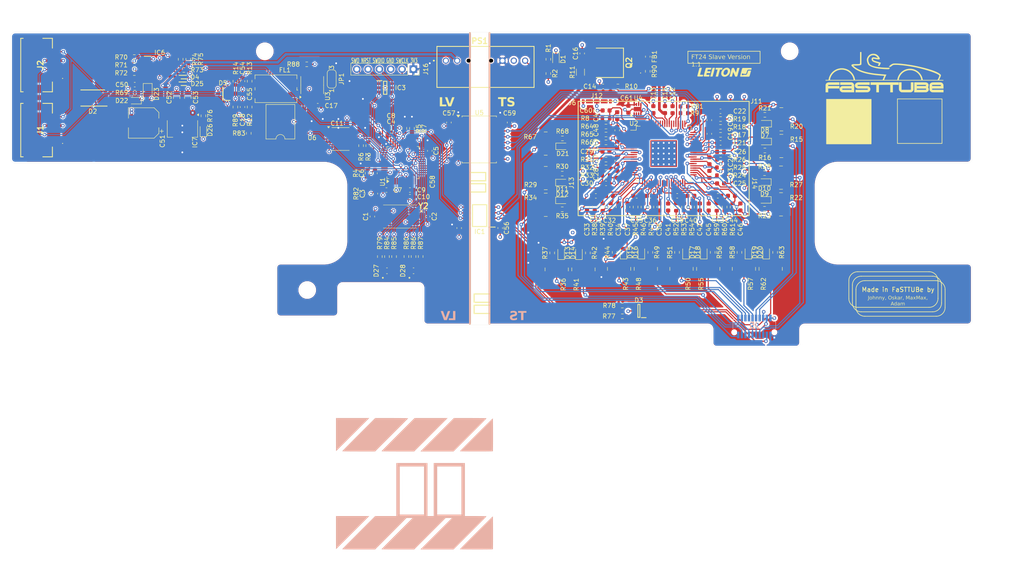
<source format=kicad_pcb>
(kicad_pcb
	(version 20240108)
	(generator "pcbnew")
	(generator_version "8.0")
	(general
		(thickness 1.599978)
		(legacy_teardrops no)
	)
	(paper "A4")
	(layers
		(0 "F.Cu" signal)
		(1 "In1.Cu" signal)
		(2 "In2.Cu" signal)
		(31 "B.Cu" signal)
		(32 "B.Adhes" user "B.Adhesive")
		(33 "F.Adhes" user "F.Adhesive")
		(34 "B.Paste" user)
		(35 "F.Paste" user)
		(36 "B.SilkS" user "B.Silkscreen")
		(37 "F.SilkS" user "F.Silkscreen")
		(38 "B.Mask" user)
		(39 "F.Mask" user)
		(40 "Dwgs.User" user "User.Drawings")
		(41 "Cmts.User" user "User.Comments")
		(42 "Eco1.User" user "User.Eco1")
		(43 "Eco2.User" user "User.Eco2")
		(44 "Edge.Cuts" user)
		(45 "Margin" user)
		(46 "B.CrtYd" user "B.Courtyard")
		(47 "F.CrtYd" user "F.Courtyard")
		(48 "B.Fab" user)
		(49 "F.Fab" user)
		(50 "User.1" user)
		(51 "User.2" user)
		(52 "User.3" user)
		(53 "User.4" user)
		(54 "User.5" user)
		(55 "User.6" user)
		(56 "User.7" user)
		(57 "User.8" user)
		(58 "User.9" user)
	)
	(setup
		(stackup
			(layer "F.SilkS"
				(type "Top Silk Screen")
			)
			(layer "F.Paste"
				(type "Top Solder Paste")
			)
			(layer "F.Mask"
				(type "Top Solder Mask")
				(thickness 0.01)
			)
			(layer "F.Cu"
				(type "copper")
				(thickness 0.035)
			)
			(layer "dielectric 1"
				(type "prepreg")
				(thickness 0.1)
				(material "FR4")
				(epsilon_r 4.5)
				(loss_tangent 0.02)
			)
			(layer "In1.Cu"
				(type "copper")
				(thickness 0.035)
			)
			(layer "dielectric 2"
				(type "core")
				(thickness 1.239978)
				(material "FR4")
				(epsilon_r 4.5)
				(loss_tangent 0.02)
			)
			(layer "In2.Cu"
				(type "copper")
				(thickness 0.035)
			)
			(layer "dielectric 3"
				(type "prepreg")
				(thickness 0.1)
				(material "FR4")
				(epsilon_r 4.5)
				(loss_tangent 0.02)
			)
			(layer "B.Cu"
				(type "copper")
				(thickness 0.035)
			)
			(layer "B.Mask"
				(type "Bottom Solder Mask")
				(thickness 0.01)
			)
			(layer "B.Paste"
				(type "Bottom Solder Paste")
			)
			(layer "B.SilkS"
				(type "Bottom Silk Screen")
			)
			(copper_finish "None")
			(dielectric_constraints no)
		)
		(pad_to_mask_clearance 0)
		(allow_soldermask_bridges_in_footprints no)
		(aux_axis_origin 50 75)
		(pcbplotparams
			(layerselection 0x00010fc_ffffffff)
			(plot_on_all_layers_selection 0x0000000_00000001)
			(disableapertmacros no)
			(usegerberextensions no)
			(usegerberattributes yes)
			(usegerberadvancedattributes yes)
			(creategerberjobfile yes)
			(dashed_line_dash_ratio 12.000000)
			(dashed_line_gap_ratio 3.000000)
			(svgprecision 4)
			(plotframeref no)
			(viasonmask no)
			(mode 1)
			(useauxorigin no)
			(hpglpennumber 1)
			(hpglpenspeed 20)
			(hpglpendiameter 15.000000)
			(pdf_front_fp_property_popups yes)
			(pdf_back_fp_property_popups yes)
			(dxfpolygonmode yes)
			(dxfimperialunits yes)
			(dxfusepcbnewfont yes)
			(psnegative no)
			(psa4output no)
			(plotreference yes)
			(plotvalue yes)
			(plotfptext yes)
			(plotinvisibletext no)
			(sketchpadsonfab no)
			(subtractmaskfromsilk no)
			(outputformat 1)
			(mirror no)
			(drillshape 0)
			(scaleselection 1)
			(outputdirectory "Gerber1/")
		)
	)
	(net 0 "")
	(net 1 "+3V3")
	(net 2 "/CAN/CANH")
	(net 3 "/CAN/CANL")
	(net 4 "Net-(D1-A)")
	(net 5 "/µC/LED1_R")
	(net 6 "/µC/SWCLK")
	(net 7 "GND")
	(net 8 "/µC/SWDIO")
	(net 9 "/µC/NRST")
	(net 10 "/µC/Trace_SWO")
	(net 11 "unconnected-(U1-PC13-Pad2)")
	(net 12 "unconnected-(U1-PC14-Pad3)")
	(net 13 "unconnected-(U1-PC15-Pad4)")
	(net 14 "/µC/LED1_G")
	(net 15 "/µC/LED1_B")
	(net 16 "/µC/LED2_R")
	(net 17 "/µC/LED2_G")
	(net 18 "unconnected-(U1-PA1-Pad11)")
	(net 19 "/µC/LED2_B")
	(net 20 "unconnected-(U1-PA8-Pad29)")
	(net 21 "Net-(D22-A)")
	(net 22 "Net-(D26-A)")
	(net 23 "Net-(U3-CANH)")
	(net 24 "Net-(U3-CANL)")
	(net 25 "unconnected-(U1-PB1-Pad19)")
	(net 26 "unconnected-(U1-PB2-Pad20)")
	(net 27 "Net-(U2-IPB)")
	(net 28 "/µC/TMP_SCL")
	(net 29 "/BMS/TMP_SCL")
	(net 30 "/BMS/TMP_SDA")
	(net 31 "+5V")
	(net 32 "/µC/SCK")
	(net 33 "/µC/MOSI")
	(net 34 "/µC/MISO")
	(net 35 "/µC/CSB")
	(net 36 "unconnected-(U1-PB0-Pad18)")
	(net 37 "/µC/PROM_SDA")
	(net 38 "/µC/PROM_SCL")
	(net 39 "unconnected-(U1-PB3-Pad39)")
	(net 40 "unconnected-(U1-PB4-Pad40)")
	(net 41 "unconnected-(U1-PB5-Pad41)")
	(net 42 "unconnected-(U1-PB8-Pad45)")
	(net 43 "unconnected-(U1-PB9-Pad46)")
	(net 44 "/BMS/Filter_Balance_Network_last/CB")
	(net 45 "/BMS/Filter_Balance_Network_last/CB:A")
	(net 46 "/BMS/~{CS}")
	(net 47 "/BMS/Filter_Balance_Network_last/SAP")
	(net 48 "/BMS/Filter_Balance_Network_last/CA")
	(net 49 "/BMS/Filter_Balance_Network2/CB")
	(net 50 "/BMS/MISO")
	(net 51 "/BMS/Filter_Balance_Network2/SBP")
	(net 52 "/BMS/Filter_Balance_Network2/CB:A")
	(net 53 "/BMS/MOSI")
	(net 54 "/BMS/Filter_Balance_Network2/SAP")
	(net 55 "/BMS/Filter_Balance_Network2/CA")
	(net 56 "/BMS/Filter_Balance_Network4/CB")
	(net 57 "/BMS/SCK")
	(net 58 "/BMS/Filter_Balance_Network4/SBP")
	(net 59 "/BMS/Filter_Balance_Network4/CB:A")
	(net 60 "unconnected-(IC4-NC_1-Pad1)")
	(net 61 "/BMS/Filter_Balance_Network4/SAP")
	(net 62 "/BMS/Filter_Balance_Network4/CA")
	(net 63 "/BMS/Filter_Balance_Network5/CB")
	(net 64 "unconnected-(IC4-NC_2-Pad2)")
	(net 65 "/BMS/Filter_Balance_Network5/SBP")
	(net 66 "/BMS/Filter_Balance_Network5/CB:A")
	(net 67 "unconnected-(IC4-NC_3-Pad3)")
	(net 68 "/BMS/Filter_Balance_Network5/SAP")
	(net 69 "/BMS/Filter_Balance_Network5/CA")
	(net 70 "/BMS/Filter_Balance_Network6/CB")
	(net 71 "/µC/PROM_WC")
	(net 72 "/BMS/Filter_Balance_Network6/SBP")
	(net 73 "/BMS/Filter_Balance_Network6/CB:A")
	(net 74 "/BMS/Filter_Balance_Network6/SAP")
	(net 75 "/BMS/Filter_Balance_Network6/CA")
	(net 76 "/BMS/Filter_Balance_Network7/CB")
	(net 77 "/BMS/Filter_Balance_Network7/SBP")
	(net 78 "/BMS/Filter_Balance_Network7/CB:A")
	(net 79 "unconnected-(IC6-DVDT-Pad2)")
	(net 80 "/BMS/Filter_Balance_Network7/SAP")
	(net 81 "/BMS/Filter_Balance_Network7/CA")
	(net 82 "/BMS/Filter_Balance_Network1/CB")
	(net 83 "Net-(IC6-EN{slash}UVLO)")
	(net 84 "/BMS/Filter_Balance_Network1/SBP")
	(net 85 "/BMS/Filter_Balance_Network1/CB:A")
	(net 86 "+BATT")
	(net 87 "/BMS/Filter_Balance_Network1/SAP")
	(net 88 "/BMS/Filter_Balance_Network1/CA")
	(net 89 "/BMS/Filter_Balance_Network/CB")
	(net 90 "+12V")
	(net 91 "/BMS/Filter_Balance_Network/SBP")
	(net 92 "/BMS/Filter_Balance_Network/CB:A")
	(net 93 "unconnected-(IC6-~{FLT}-Pad6)")
	(net 94 "/BMS/Filter_Balance_Network/SAP")
	(net 95 "Net-(IC6-ILM)")
	(net 96 "Net-(IC6-OVLO{slash}OVCSEL)")
	(net 97 "/BMS/Filter_Balance_Network/CellA+{slash}CellB-")
	(net 98 "/BMS/Filter_Balance_Network/CellB+")
	(net 99 "Net-(U2-IMB)")
	(net 100 "Net-(U1-PB11)")
	(net 101 "/BMS/Filter_Balance_Network1/CellA+{slash}CellB-")
	(net 102 "/BMS/Filter_Balance_Network2/CellA-")
	(net 103 "unconnected-(U2-NC-Pad66)")
	(net 104 "GND1")
	(net 105 "/BMS/Filter_Balance_Network7/CellA+{slash}CellB-")
	(net 106 "/BMS/Filter_Balance_Network4/CellA-")
	(net 107 "/BMS/Filter_Balance_Network6/CellA+{slash}CellB-")
	(net 108 "unconnected-(U2-GPIO10-Pad71)")
	(net 109 "unconnected-(U2-GPIO9-Pad72)")
	(net 110 "unconnected-(U2-GPIO8-Pad73)")
	(net 111 "unconnected-(U2-GPIO7-Pad74)")
	(net 112 "unconnected-(U2-GPIO6-Pad75)")
	(net 113 "unconnected-(U2-GPIO3-Pad78)")
	(net 114 "unconnected-(U2-GPIO2-Pad79)")
	(net 115 "unconnected-(U2-GPIO1-Pad80)")
	(net 116 "/BMS/Filter_Balance_Network5/CellA-")
	(net 117 "/BMS/Filter_Balance_Network5/CellA+{slash}CellB-")
	(net 118 "/BMS/Filter_Balance_Network6/CellA-")
	(net 119 "/BMS/Filter_Balance_Network4/CellA+{slash}CellB-")
	(net 120 "/BMS/Filter_Balance_Network1/CellB+")
	(net 121 "/BMS/Filter_Balance_Network2/CellA+{slash}CellB-")
	(net 122 "/BMS/Filter_Balance_Network2/CellB+")
	(net 123 "Net-(PS1-FB)")
	(net 124 "Net-(Q2-B)")
	(net 125 "Net-(Q2-C)")
	(net 126 "Net-(Q2-E)")
	(net 127 "/CAN/CAN_Term")
	(net 128 "/µC/OSC_IN")
	(net 129 "/µC/OSC_OUT")
	(net 130 "/Power/IMON")
	(net 131 "/CAN/CAN_Rx")
	(net 132 "/CAN/CAN_Tx")
	(net 133 "Net-(U1-BOOT0)")
	(net 134 "Net-(U2-V+)")
	(net 135 "Net-(U2-VREF2)")
	(net 136 "Net-(U2-VREF1)")
	(net 137 "/CAN/V_{ref}")
	(net 138 "Net-(D7-A)")
	(net 139 "Net-(D8-A)")
	(net 140 "Net-(D9-A)")
	(net 141 "Net-(D10-A)")
	(net 142 "Net-(D11-A)")
	(net 143 "Net-(D12-A)")
	(net 144 "Net-(D13-A)")
	(net 145 "Net-(D14-A)")
	(net 146 "Net-(D15-A)")
	(net 147 "Net-(D16-A)")
	(net 148 "Net-(D17-A)")
	(net 149 "Net-(D18-A)")
	(net 150 "Net-(D19-A)")
	(net 151 "Net-(D20-A)")
	(net 152 "Net-(D21-A)")
	(net 153 "VBUS")
	(net 154 "Net-(U1-PB10)")
	(net 155 "Net-(U1-PB13)")
	(net 156 "Net-(U2-DRIVE)")
	(net 157 "/BMS/Filter_Balance_Network/CA")
	(net 158 "Net-(U1-PB12)")
	(net 159 "Net-(U1-PB14)")
	(net 160 "Net-(U1-PB15)")
	(net 161 "/µC/TMP_SDA")
	(net 162 "Net-(R83-Pad2)")
	(net 163 "Net-(U3-Rs)")
	(net 164 "Net-(JP1-C)")
	(net 165 "Net-(D2-A)")
	(net 166 "Net-(U2-VREG)")
	(net 167 "unconnected-(U6-Pad3)")
	(net 168 "unconnected-(U6-Pad5)")
	(net 169 "unconnected-(U4-ALERT-Pad3)")
	(footprint "Capacitor_SMD:C_0603_1608Metric" (layer "F.Cu") (at 206.7285 103.8745 90))
	(footprint "Resistor_SMD:R_1020_2550Metric" (layer "F.Cu") (at 192.4675 128.1525 90))
	(footprint "Resistor_SMD:R_0603_1608Metric" (layer "F.Cu") (at 219.1675 93.5775 180))
	(footprint "Resistor_SMD:R_0603_1608Metric" (layer "F.Cu") (at 183.5425 94.3815))
	(footprint "Capacitor_SMD:C_0603_1608Metric" (layer "F.Cu") (at 161.899695 95.299695 -90))
	(footprint "Capacitor_SMD:C_0603_1608Metric" (layer "F.Cu") (at 77.825 86.8 180))
	(footprint "Resistor_SMD:R_0603_1608Metric" (layer "F.Cu") (at 208.3675 114.2775 90))
	(footprint "Resistor_SMD:R_0603_1608Metric" (layer "F.Cu") (at 187.2 136.4))
	(footprint "Slave:QFP-80_12x12_Pitch0.5mm" (layer "F.Cu") (at 196.4675 102.2775))
	(footprint "Resistor_SMD:R_0603_1608Metric" (layer "F.Cu") (at 219.0925 106.6775 180))
	(footprint "Package_SO:SOIC-16W_7.5x10.3mm_P1.27mm" (layer "F.Cu") (at 155.099695 99.099695))
	(footprint "Resistor_SMD:R_0603_1608Metric" (layer "F.Cu") (at 128.6 100.5 90))
	(footprint "Connector_PinSocket_2.54mm:PinSocket_1x06_P2.54mm_Vertical" (layer "F.Cu") (at 140.325 83.325 -90))
	(footprint "Slave:SOT95P230X117-3N" (layer "F.Cu") (at 97.6 88.825 180))
	(footprint "Capacitor_SMD:C_0603_1608Metric" (layer "F.Cu") (at 197.4675 114.2775 -90))
	(footprint "Resistor_SMD:R_0603_1608Metric" (layer "F.Cu") (at 209.2285 98.0745 180))
	(footprint "Resistor_SMD:R_0603_1608Metric" (layer "F.Cu") (at 173.7175 114.7775))
	(footprint "Resistor_SMD:R_0603_1608Metric" (layer "F.Cu") (at 183.5285 96.2065))
	(footprint "Resistor_SMD:R_0603_1608Metric" (layer "F.Cu") (at 77.725 82.4 180))
	(footprint "Resistor_SMD:R_0603_1608Metric" (layer "F.Cu") (at 170.6 81.1 -90))
	(footprint "Capacitor_SMD:C_0603_1608Metric" (layer "F.Cu") (at 206.7285 106.9395 90))
	(footprint "Resistor_SMD:R_1020_2550Metric" (layer "F.Cu") (at 214.4675 128.1525 90))
	(footprint "Slave:Wuerth_Elektronik_3600637250S" (layer "F.Cu") (at 196.4675 103.3775))
	(footprint "Capacitor_SMD:C_0603_1608Metric" (layer "F.Cu") (at 102 91.825 90))
	(footprint "Slave:SODFL1608X59N" (layer "F.Cu") (at 88.825 86.6))
	(footprint "Slave:SON50P200X200X80-9N" (layer "F.Cu") (at 190.605 92.3 90))
	(footprint "LED_SMD:LED_0603_1608Metric" (layer "F.Cu") (at 219.1675 95.5775 180))
	(footprint "Resistor_SMD:R_0603_1608Metric" (layer "F.Cu") (at 211.9235 114.2775 90))
	(footprint "Resistor_SMD:R_0603_1608Metric" (layer "F.Cu") (at 209.2285 96.2965 180))
	(footprint "Slave:2059710041" (layer "F.Cu") (at 55.8 97 90))
	(footprint "Resistor_SMD:R_1206_3216Metric" (layer "F.Cu") (at 177.8 84 90))
	(footprint "Resistor_SMD:R_1020_2550Metric" (layer "F.Cu") (at 186.4675 128.1525 90))
	(footprint "Capacitor_SMD:C_0603_1608Metric"
		(layer "F.Cu")
		(uuid "331fdb04-b090-4bf4-ac54-bfc7d3765114")
		(at 131.8 111.2625 90)
		(descr "Capacitor SMD 0603 (1608 Metric), square (rectangular) end terminal, IPC_7351 nominal, (Body size source: IPC-SM-782 page 76, https://www.pcb-3d.com/wordpress/wp-content/uploads/ipc-sm-782a_amendment_1_and_2.pdf), generated with kicad-footprint-generator")
		(tags "capacitor")
		(property "Reference" "C3"
			(at -0.0375 -2.916909 90)
			(layer "F.SilkS")
			(uuid "b431fecc-54e4-4ff3-baea-5039e1449f06")
			(effects
				(font
					(size 1 1)
					(thickness 0.15)
				)
			)
		)
		(property "Value" "100n"
			(at 0 1.43 90)
			(layer "F.Fab")
			(uuid "a55061df-e89a-4768-9bf3-3a9cfc2fb477")
			(effects
				(font
					(size 1 1)
					(thickness 0.15)
				)
			)
		)
		(property "Footprint" ""
			(at 0 0 90)
			(unlocked yes)
			(layer "F.Fab")
			(hide yes)
			(uuid "f66eddee-a840-430c-890c-d72878b20076")
			(effects
				(font
					(size 1.27 1.27)
				)
			)
		)
		(property "Datasheet" ""
			(at 0 0 90)
			(unlocked yes)
			(layer "F.Fab")
			(hide yes)
			(uuid "55477df7-21a9-4ae2-b4a6-ee8d84bd3672")
			(effects
				(font
					(size 1.27 1.27)
				)
			)
		)
		(property "Description" "Unpolarized capacitor"
			(at 0 0 90)
			(unlocked yes)
			(layer "F.Fab")
			(hide yes)
			(uuid "e307cfb7-6bc7-4043-bcaf-69ec5c52dae8")
			(effects
				(font
					(size 1.27 1.27)
				)
			)
		)
		(path "/7bcf246f-03ab-43bc-b68e-c43b25f06c91/6e5e7065-156c-411f-8011-9530f11e6a2e")
		(attr smd)
		(fp_line
			(start -0.14058 -0.51)
			(end 0.14058 -0.51)
			(stroke
				(width 0.12)
				(type solid)
			)
			(layer "F.SilkS")
			(uuid "813d42e9-f901-4e24-b1e0-442b42ed4c62")
		)
		(fp_line
			(start -0.14058 0.51)
			(end 0.14058 0.51)
			(stroke
				(width 0.12)
				(type solid)
			)
			(layer "F.SilkS")
			(uuid "b30cfe9f-6a0b-48f3-9e79-d98312871f15")
		)
		(fp_line
			(start 1.48 -0.73)
			(end 1.48 0.73)
			(stroke
				(width 0.05)
				(type solid)
			)
			(layer "F.CrtYd")
			(uuid "eca809c1-1958-49df-8a0a-e0021f1b14b6")
		)
		(fp_line
			(start -1.48 -0.73)
			(end 1.48 -0.73)
			(stroke
				(width 0.05)
				(type solid)
			)
			(layer "F.CrtYd")
			(uuid "c26fd700-0417-4e4f-bc12-eb2a6caf6bf9")
		)
		(fp_line
			(start 1.48 0.73)
			(end -1.48 0.73)
			(stroke
				(width 0.05)
				(type solid)
			)
			(layer "F.CrtYd")
			(uuid "c83cf3d6-375d-437f-9677-b1043cd7462a")
		)
		(fp_line
			(start -1.48 0.73)
			(end -1.48 -0.73)
			(stroke
				(width 0.05)
				(type solid)
			)
			(layer "F.CrtYd")
			(uuid "7df1127d-a24c-4dc9-b9d8-3fbe8f3d6b5d")
		)
		(fp_line
			(start 0.8 -0.4)
			(end 0.8 0.4)
			(stroke
				(width 0.1)
				(type solid)
			)
			(layer "F.Fab")
			(uuid "ebeff72d-d07d-48d4-b9a3-3f8bdd4152bd")
		)
		(fp_line
			(start -0.8 -0.4)
			(end 0.8 -0.4)
			(stroke
				(width 0.1)
				(type solid)
			)
			(layer "F.Fab")
			(uuid "0497fbb2-979b-4355-83d9-c80106b8c504")
		)
		(fp_line
			(start 0.8 0.4)
			(end -0.8 0.4)
			(stroke
				(width 0.1)
				(type solid)
			)
			(layer "F.Fab")
			(uuid "c5ed1fc5-d5f9-4d17-bf3f-62a220923645")
		)
		(fp_line
			(start -0.8 0.4)
			(end -0.8 -0.4)
			(stroke
				(width 0.1)
				(type solid)
			)
			(layer "F.Fab")
			(uuid "a9cdd3c7-b8bb-4845-93dd-b96dab7bf5e1")
		)
		(fp_text user "${REFERENCE}"
			(at 0 0 90)
			(layer "F.Fab")
			(uuid "f6386676-9834-4aa5-a344-a1b834513bb7")
			(effects
				(font
					(size 0.4 0.4)
					(thickness 0.06)
				)
			)
		)
		(pad "1" smd roundrect
			(at -0.775 0 90)
			(size 0.9 0.95)
			(layers "F.Cu" "F.Paste" "F.Mask")
			(roundrect_rratio 0.25)
			(net 9 "/µC/NRST")
			(pintype "passive")
			(uuid "e092423
... [2631690 chars truncated]
</source>
